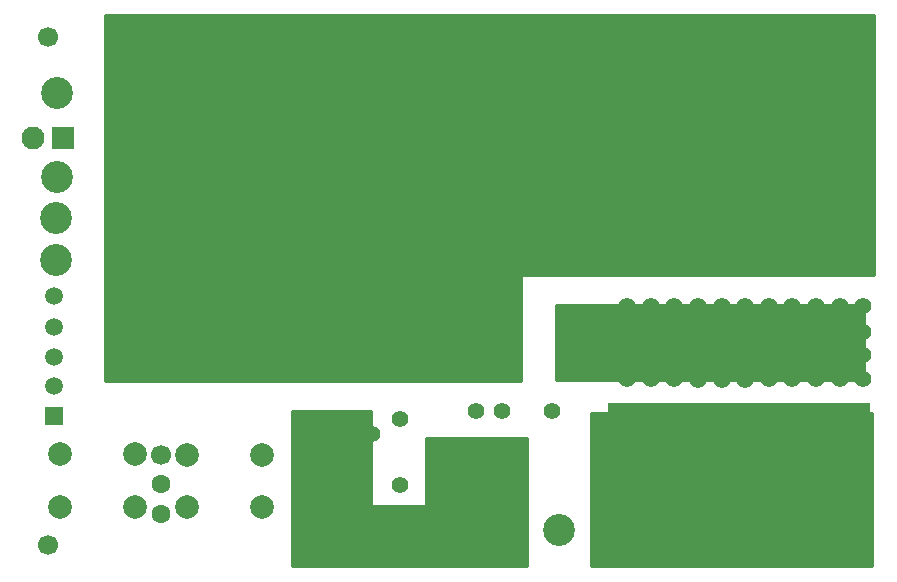
<source format=gbs>
%FSLAX42Y42*%
%MOMM*%
G71*
G01*
G75*
%ADD10C,0.45*%
%ADD11O,2.00X1.00*%
%ADD12R,1.50X1.25*%
%ADD13O,0.50X2.00*%
%ADD14R,0.80X0.95*%
%ADD15R,0.90X0.95*%
%ADD16R,0.91X0.91*%
%ADD17R,1.27X0.91*%
%ADD18R,0.91X1.27*%
%ADD19R,0.90X0.90*%
%ADD20R,0.90X1.25*%
%ADD21R,2.00X2.00*%
%ADD22R,0.90X3.20*%
%ADD23R,11.50X9.00*%
%ADD24R,6.35X1.52*%
%ADD25R,1.25X1.50*%
%ADD26R,0.95X0.80*%
%ADD27R,0.95X0.90*%
%ADD28O,2.00X0.60*%
%ADD29R,3.20X1.00*%
%ADD30R,0.50X2.00*%
%ADD31R,8.00X4.00*%
%ADD32C,0.50*%
%ADD33C,0.30*%
%ADD34C,1.20*%
%ADD35C,2.50*%
%ADD36C,1.40*%
%ADD37C,1.50*%
%ADD38C,1.80*%
%ADD39R,22.00X8.00*%
%ADD40R,1.75X1.75*%
%ADD41C,1.75*%
%ADD42R,25.00X8.00*%
%ADD43R,1.30X1.30*%
%ADD44C,1.30*%
%ADD45O,2.20X1.20*%
%ADD46R,1.70X1.45*%
%ADD47O,0.70X2.20*%
%ADD48R,1.00X1.15*%
%ADD49R,1.10X1.15*%
%ADD50R,1.12X1.12*%
%ADD51R,1.47X1.12*%
%ADD52R,1.12X1.47*%
%ADD53R,1.10X1.10*%
%ADD54R,1.10X1.45*%
%ADD55R,2.20X2.20*%
%ADD56R,1.10X3.40*%
%ADD57R,11.70X9.20*%
%ADD58R,6.55X1.73*%
%ADD59R,1.45X1.70*%
%ADD60R,1.15X1.00*%
%ADD61R,1.15X1.10*%
%ADD62O,2.20X0.80*%
%ADD63R,3.40X1.20*%
%ADD64R,0.70X2.20*%
%ADD65R,8.20X4.20*%
%ADD66C,1.40*%
%ADD67C,2.70*%
%ADD68C,1.60*%
%ADD69C,1.70*%
%ADD70C,2.00*%
%ADD71R,22.20X8.20*%
%ADD72R,1.95X1.95*%
%ADD73C,1.95*%
%ADD74R,25.20X8.20*%
%ADD75R,1.50X1.50*%
%ADD76C,1.50*%
D10*
X11818Y-2315D02*
Y-1043D01*
X11800Y-2315D02*
Y-1043D01*
X11760Y-2315D02*
Y-1043D01*
X11720Y-2315D02*
Y-1043D01*
X11680Y-2315D02*
Y-1043D01*
X11640Y-2315D02*
Y-1043D01*
X11600Y-2315D02*
Y-1043D01*
X11560Y-2315D02*
Y-1043D01*
X11520Y-2315D02*
Y-1043D01*
X11480Y-2315D02*
Y-1043D01*
X11440Y-2315D02*
Y-1043D01*
X11400Y-2315D02*
Y-1043D01*
X11360Y-2315D02*
Y-1043D01*
X11320Y-2315D02*
Y-1043D01*
X11280Y-2315D02*
Y-1043D01*
X11240Y-2315D02*
Y-1043D01*
X11200Y-2315D02*
Y-1043D01*
X11160Y-2315D02*
Y-1043D01*
X11120Y-2315D02*
Y-1043D01*
X11080Y-2315D02*
Y-1043D01*
X11040Y-2315D02*
Y-1043D01*
X11000Y-2315D02*
Y-1043D01*
X10960Y-2315D02*
Y-1043D01*
X10920Y-2315D02*
Y-1043D01*
X10880Y-2315D02*
Y-1043D01*
X10840Y-2315D02*
Y-1043D01*
X10800Y-2315D02*
Y-1043D01*
X10760Y-2315D02*
Y-1043D01*
X10720Y-2315D02*
Y-1043D01*
X10680Y-2315D02*
Y-1043D01*
X10640Y-2315D02*
Y-1043D01*
X10600Y-2315D02*
Y-1043D01*
X10560Y-2315D02*
Y-1043D01*
X10520Y-2315D02*
Y-1043D01*
X10480Y-2315D02*
Y-1043D01*
X10440Y-2315D02*
Y-1043D01*
X10400Y-2315D02*
Y-1043D01*
X10360Y-2315D02*
Y-1043D01*
X10320Y-2315D02*
Y-1043D01*
X10280Y-2315D02*
Y-1043D01*
X10240Y-2315D02*
Y-1043D01*
X10200Y-2315D02*
Y-1043D01*
X10160Y-2315D02*
Y-1043D01*
X10120Y-2315D02*
Y-1043D01*
X10080Y-2315D02*
Y-1043D01*
X10040Y-2315D02*
Y-1043D01*
X10000Y-2315D02*
Y-1043D01*
X9460D02*
X11818D01*
X9460Y-1080D02*
X11818D01*
X9460Y-1120D02*
X11818D01*
X9460Y-1160D02*
X11818D01*
X9460Y-1200D02*
X11818D01*
X9460Y-1240D02*
X11818D01*
X9460Y-1280D02*
X11818D01*
X9460Y-1320D02*
X11818D01*
X9460Y-1360D02*
X11818D01*
X9460Y-1400D02*
X11818D01*
X9460Y-1440D02*
X11818D01*
X9460Y-1480D02*
X11818D01*
X9460Y-1520D02*
X11818D01*
X9460Y-1560D02*
X11818D01*
X9460Y-1600D02*
X11818D01*
X9460Y-1640D02*
X11818D01*
X9460Y-1680D02*
X11818D01*
X9460Y-1720D02*
X11818D01*
X9460Y-1760D02*
X11818D01*
X9460Y-1800D02*
X11818D01*
X9460Y-1840D02*
X11818D01*
X9460Y-1880D02*
X11818D01*
X9460Y-1920D02*
X11818D01*
X9460Y-1960D02*
X11818D01*
X9960Y-2315D02*
Y-1043D01*
X9920Y-2315D02*
Y-1043D01*
X9880Y-2315D02*
Y-1043D01*
X9460Y-2000D02*
X11818D01*
X9460Y-2040D02*
X11818D01*
X9460Y-2080D02*
X11818D01*
X9460Y-2120D02*
X11818D01*
X9460Y-2160D02*
X11818D01*
X9460Y-2200D02*
X11818D01*
X9460Y-2240D02*
X11818D01*
X9460Y-2280D02*
X11818D01*
X9460Y-2315D02*
X11818D01*
X9840D02*
Y-1043D01*
X9800Y-2315D02*
Y-1043D01*
X9760Y-2315D02*
Y-1043D01*
X9720Y-2315D02*
Y-1043D01*
X9680Y-2315D02*
Y-1043D01*
X9640Y-2315D02*
Y-1043D01*
X9600Y-2315D02*
Y-1043D01*
X9560Y-2315D02*
Y-1043D01*
X9520Y-2315D02*
Y-1043D01*
X9480Y-2315D02*
Y-1043D01*
X9460Y-2315D02*
Y-1043D01*
X8900Y-2320D02*
Y-1250D01*
X8880Y-2320D02*
Y-1250D01*
X8055D02*
X8900D01*
X8840Y-2320D02*
Y-1250D01*
X8800Y-2320D02*
Y-1250D01*
X8760Y-2320D02*
Y-1250D01*
X8055Y-1280D02*
X8900D01*
X8720Y-2320D02*
Y-1250D01*
X8680Y-2320D02*
Y-1250D01*
X8640Y-2320D02*
Y-1250D01*
X8600Y-2320D02*
Y-1250D01*
X8560Y-2320D02*
Y-1250D01*
X8520Y-2320D02*
Y-1250D01*
X8480Y-2320D02*
Y-1250D01*
X8440Y-2320D02*
Y-1250D01*
X8400Y-2320D02*
Y-1250D01*
X8360Y-2320D02*
Y-1250D01*
X8320Y-2320D02*
Y-1250D01*
X8280Y-2320D02*
Y-1250D01*
X8055Y-2320D02*
X8900D01*
X8240D02*
Y-1250D01*
X8200Y-2320D02*
Y-1250D01*
X8160Y-2320D02*
Y-1250D01*
X8120Y-2320D02*
Y-1250D01*
X8080Y-2320D02*
Y-1250D01*
X8055Y-2320D02*
Y-1250D01*
Y-1320D02*
X8900D01*
X8055Y-1360D02*
X8900D01*
X8055Y-1400D02*
X8900D01*
X8055Y-1440D02*
X8900D01*
X8055Y-1480D02*
X8900D01*
X8055Y-1520D02*
X8900D01*
X8055Y-1560D02*
X8900D01*
X8055Y-1600D02*
X8900D01*
X8055Y-1640D02*
X8900D01*
X8055Y-1680D02*
X8900D01*
X8055Y-1720D02*
X8900D01*
X8055Y-1760D02*
X8900D01*
X8055Y-1800D02*
X8900D01*
X8055Y-1840D02*
X8900D01*
X8055Y-1880D02*
X8900D01*
X8055Y-1920D02*
X8900D01*
X8055Y-1960D02*
X8900D01*
X8055Y-2000D02*
X8900D01*
X8055Y-2040D02*
X8900D01*
X8055Y-2080D02*
X8900D01*
X8055Y-2120D02*
X8900D01*
X8055Y-2160D02*
X8900D01*
X8055Y-2200D02*
X8900D01*
X8055Y-2240D02*
X8900D01*
X8055Y-2280D02*
X8900D01*
X8798Y-2320D02*
Y-1825D01*
X8760Y-2320D02*
Y-1825D01*
X8720Y-2320D02*
Y-1825D01*
X8680Y-2320D02*
Y-1825D01*
X8640Y-2320D02*
Y-1825D01*
X8600Y-2320D02*
Y-1825D01*
X8560Y-2320D02*
Y-1825D01*
X8520Y-2320D02*
Y-1825D01*
X8480Y-2320D02*
Y-1825D01*
X8440Y-2320D02*
Y-1825D01*
X8400Y-2320D02*
Y-1825D01*
X8360Y-2320D02*
Y-1825D01*
X8320Y-2320D02*
Y-1825D01*
X8280Y-2320D02*
Y-1825D01*
X8240Y-2320D02*
Y-1825D01*
X8200Y-2320D02*
Y-1825D01*
X8160Y-2320D02*
Y-1825D01*
X8120Y-2320D02*
Y-1825D01*
X8080Y-2320D02*
Y-1825D01*
X8040Y-2320D02*
Y-1825D01*
X8000Y-2320D02*
Y-1825D01*
X7960Y-2320D02*
Y-1825D01*
X7920Y-2320D02*
Y-1825D01*
X7880Y-2320D02*
Y-1825D01*
X7840Y-2320D02*
Y-1825D01*
X7440D02*
X8798D01*
X7440Y-1840D02*
X8798D01*
X7440Y-1880D02*
X8798D01*
X7440Y-1920D02*
X8798D01*
X7440Y-1960D02*
X8798D01*
X7440Y-2000D02*
X8798D01*
X7440Y-2040D02*
X8798D01*
X7440Y-2080D02*
X8798D01*
X7440Y-2120D02*
X8798D01*
X7440Y-2160D02*
X8798D01*
X7440Y-2200D02*
X8798D01*
X7440Y-2240D02*
X8798D01*
X7800Y-2320D02*
Y-1825D01*
X7760Y-2320D02*
Y-1825D01*
X7720Y-2320D02*
Y-1825D01*
X7440Y-2280D02*
X8798D01*
X7680Y-2320D02*
Y-1825D01*
X7440Y-2320D02*
X8798D01*
X7640D02*
Y-1825D01*
X7600Y-2320D02*
Y-1825D01*
X7560Y-2320D02*
Y-1825D01*
X7520Y-2320D02*
Y-1825D01*
X7480Y-2320D02*
Y-1825D01*
X7440Y-2320D02*
Y-1825D01*
X6925Y-1022D02*
X7580D01*
X6925Y-1040D02*
X7580D01*
X6925Y-1080D02*
X7580D01*
X6925Y-1120D02*
X7580D01*
X6925Y-1160D02*
X7580D01*
X6925Y-1200D02*
X7580D01*
X6925Y-1240D02*
X7580D01*
Y-2323D02*
Y-1022D01*
X7560Y-2323D02*
Y-1022D01*
X7520Y-2323D02*
Y-1022D01*
X7480Y-2323D02*
Y-1022D01*
X7440Y-2323D02*
Y-1022D01*
X7400Y-2323D02*
Y-1022D01*
X6925Y-1280D02*
X7580D01*
X7360Y-2323D02*
Y-1022D01*
X7320Y-2323D02*
Y-1022D01*
X7280Y-2323D02*
Y-1022D01*
X7240Y-2323D02*
Y-1022D01*
X7200Y-2323D02*
Y-1022D01*
X7160Y-2323D02*
Y-1022D01*
X6925Y-2323D02*
X7580D01*
X7120D02*
Y-1022D01*
X7080Y-2323D02*
Y-1022D01*
X7040Y-2323D02*
Y-1022D01*
X7000Y-2323D02*
Y-1022D01*
X6960Y-2323D02*
Y-1022D01*
X6925Y-2323D02*
Y-1022D01*
Y-1320D02*
X7580D01*
X6925Y-1360D02*
X7580D01*
X6925Y-1400D02*
X7580D01*
X6925Y-1440D02*
X7580D01*
X6925Y-1480D02*
X7580D01*
X6925Y-1520D02*
X7580D01*
X6925Y-1560D02*
X7580D01*
X6925Y-1600D02*
X7580D01*
X6925Y-1640D02*
X7580D01*
X6925Y-1680D02*
X7580D01*
X6925Y-1720D02*
X7580D01*
X6925Y-1760D02*
X7580D01*
X6925Y-1800D02*
X7580D01*
X6925Y-1840D02*
X7580D01*
X6925Y-1880D02*
X7580D01*
X6925Y-1920D02*
X7580D01*
X6925Y-1960D02*
X7580D01*
X6925Y-2000D02*
X7580D01*
X6925Y-2040D02*
X7580D01*
X6925Y-2080D02*
X7580D01*
X6925Y-2120D02*
X7580D01*
X6925Y-2160D02*
X7580D01*
X6925Y-2200D02*
X7580D01*
X6925Y-2240D02*
X7580D01*
X6925Y-2280D02*
X7580D01*
X6925Y-2320D02*
X7580D01*
X11753Y-743D02*
Y-130D01*
X11720Y-743D02*
Y-130D01*
X11680Y-743D02*
Y-130D01*
X11640Y-743D02*
Y-130D01*
X11600Y-743D02*
Y-130D01*
X11560Y-743D02*
Y-130D01*
X11520Y-743D02*
Y-130D01*
X11480Y-743D02*
Y-130D01*
X11440Y-743D02*
Y-130D01*
X11400Y-743D02*
Y-130D01*
X11360Y-743D02*
Y-130D01*
X11320Y-743D02*
Y-130D01*
X11280Y-743D02*
Y-130D01*
X11240Y-743D02*
Y-130D01*
X11200Y-743D02*
Y-130D01*
X11160Y-743D02*
Y-130D01*
X11120Y-743D02*
Y-130D01*
X11080Y-743D02*
Y-130D01*
X11040Y-743D02*
Y-130D01*
X11000Y-743D02*
Y-130D01*
X10960Y-743D02*
Y-130D01*
X10920Y-743D02*
Y-130D01*
X10880Y-743D02*
Y-130D01*
X10840Y-743D02*
Y-130D01*
X10800Y-743D02*
Y-130D01*
X10760Y-743D02*
Y-130D01*
X10720Y-743D02*
Y-130D01*
X10680Y-743D02*
Y-130D01*
X10640Y-743D02*
Y-130D01*
X10600Y-743D02*
Y-130D01*
X10560Y-743D02*
Y-130D01*
X10520Y-743D02*
Y-130D01*
X10480Y-743D02*
Y-130D01*
X10440Y-743D02*
Y-130D01*
X10400Y-743D02*
Y-130D01*
X10360Y-743D02*
Y-130D01*
X10320Y-743D02*
Y-130D01*
X10280Y-743D02*
Y-130D01*
X10240Y-743D02*
Y-130D01*
X10200Y-743D02*
Y-130D01*
X10160Y-743D02*
Y-130D01*
X10120Y-743D02*
Y-130D01*
X9162D02*
X11753D01*
X9162Y-160D02*
X11753D01*
X9162Y-200D02*
X11753D01*
X9162Y-240D02*
X11753D01*
X9162Y-280D02*
X11753D01*
X9162Y-320D02*
X11753D01*
X9162Y-360D02*
X11753D01*
X9162Y-400D02*
X11753D01*
X9162Y-440D02*
X11753D01*
X9162Y-480D02*
X11753D01*
X9162Y-520D02*
X11753D01*
X10080Y-743D02*
Y-130D01*
X10040Y-743D02*
Y-130D01*
X10000Y-743D02*
Y-130D01*
X9960Y-743D02*
Y-130D01*
X9920Y-743D02*
Y-130D01*
X9162Y-560D02*
X11753D01*
X9162Y-600D02*
X11753D01*
X9162Y-640D02*
X11753D01*
X9162Y-680D02*
X11753D01*
X9162Y-720D02*
X11753D01*
X9880Y-743D02*
Y-130D01*
X9840Y-743D02*
Y-130D01*
X9800Y-743D02*
Y-130D01*
X9760Y-743D02*
Y-130D01*
X9720Y-743D02*
Y-130D01*
X9680Y-743D02*
Y-130D01*
X9640Y-743D02*
Y-130D01*
X9600Y-743D02*
Y-130D01*
X9560Y-743D02*
Y-130D01*
X9162Y-743D02*
X11753D01*
X9520D02*
Y-130D01*
X9480Y-743D02*
Y-130D01*
X9440Y-743D02*
Y-130D01*
X9400Y-743D02*
Y-130D01*
X9360Y-743D02*
Y-130D01*
X9320Y-743D02*
Y-130D01*
X9280Y-743D02*
Y-130D01*
X9240Y-743D02*
Y-130D01*
X9200Y-743D02*
Y-130D01*
X9162Y-743D02*
Y-130D01*
X8850Y-755D02*
Y488D01*
X8840Y-755D02*
Y488D01*
X8800Y-755D02*
Y488D01*
X8760Y-755D02*
Y488D01*
X8720Y-755D02*
Y488D01*
X8680Y-755D02*
Y488D01*
X8640Y-755D02*
Y488D01*
X8600Y-755D02*
Y488D01*
X8560Y-755D02*
Y488D01*
X8520Y-755D02*
Y488D01*
X8480Y-755D02*
Y488D01*
X8440Y-755D02*
Y488D01*
X8400Y-755D02*
Y488D01*
X8360Y-755D02*
Y488D01*
X8320Y-755D02*
Y488D01*
X8280Y-755D02*
Y488D01*
X8240Y-755D02*
Y488D01*
X8200Y-755D02*
Y488D01*
X8160Y-755D02*
Y488D01*
X8120Y-755D02*
Y488D01*
X8080Y-755D02*
Y488D01*
X8040Y-755D02*
Y488D01*
X8000Y-755D02*
Y488D01*
X7960Y-755D02*
Y488D01*
X7920Y-755D02*
Y488D01*
X7880Y-755D02*
Y488D01*
X7840Y-755D02*
Y488D01*
X7800Y-755D02*
Y488D01*
X7760Y-755D02*
Y488D01*
X7720Y-755D02*
Y488D01*
X7680Y-755D02*
Y488D01*
X7640Y-755D02*
Y488D01*
X7600Y-755D02*
Y488D01*
X7560Y-755D02*
Y488D01*
X7520Y-755D02*
Y488D01*
X7480Y-755D02*
Y488D01*
X7440Y-755D02*
Y488D01*
X7400Y-755D02*
Y488D01*
X7360Y-755D02*
Y488D01*
X7320Y-755D02*
Y488D01*
X7280Y-755D02*
Y488D01*
X7240Y-755D02*
Y488D01*
X7200Y-755D02*
Y488D01*
X7160Y-755D02*
Y488D01*
X7120Y-755D02*
Y488D01*
X7080Y-755D02*
Y488D01*
X7040Y-755D02*
Y488D01*
X7000Y-755D02*
Y488D01*
X6960Y-755D02*
Y488D01*
X6920Y-755D02*
Y488D01*
X6880Y-755D02*
Y488D01*
X6840Y-755D02*
Y488D01*
X6800Y-755D02*
Y488D01*
X6760Y-755D02*
Y488D01*
X6720Y-755D02*
Y488D01*
X6680Y-755D02*
Y488D01*
X6640Y-755D02*
Y488D01*
X6600Y-755D02*
Y488D01*
X6560Y-755D02*
Y488D01*
X6520Y-755D02*
Y488D01*
X6480Y-755D02*
Y488D01*
X6440Y-755D02*
Y488D01*
X5338D02*
X8850D01*
X5338Y480D02*
X8850D01*
X5338Y440D02*
X8850D01*
X5338Y400D02*
X8850D01*
X5338Y360D02*
X8850D01*
X5338Y320D02*
X8850D01*
X5338Y280D02*
X8850D01*
X5338Y240D02*
X8850D01*
X5338Y200D02*
X8850D01*
X5338Y160D02*
X8850D01*
X5338Y120D02*
X8850D01*
X5338Y80D02*
X8850D01*
X5338Y40D02*
X8850D01*
X5338Y-0D02*
X8850D01*
X5338Y-40D02*
X8850D01*
X5338Y-80D02*
X8850D01*
X5338Y-120D02*
X8850D01*
X5338Y-160D02*
X8850D01*
X5338Y-200D02*
X8850D01*
X5338Y-240D02*
X8850D01*
X5338Y-280D02*
X8850D01*
X5338Y-320D02*
X8850D01*
X5338Y-360D02*
X8850D01*
X5338Y-400D02*
X8850D01*
X5338Y-440D02*
X8850D01*
X5338Y-480D02*
X8850D01*
X5338Y-520D02*
X8850D01*
X5338Y-560D02*
X8850D01*
X5338Y-600D02*
X8850D01*
X5338Y-640D02*
X8850D01*
X5338Y-680D02*
X8850D01*
X6400Y-755D02*
Y488D01*
X6360Y-755D02*
Y488D01*
X6320Y-755D02*
Y488D01*
X6280Y-755D02*
Y488D01*
X6240Y-755D02*
Y488D01*
X6200Y-755D02*
Y488D01*
X6160Y-755D02*
Y488D01*
X6120Y-755D02*
Y488D01*
X6080Y-755D02*
Y488D01*
X6040Y-755D02*
Y488D01*
X6000Y-755D02*
Y488D01*
X5960Y-755D02*
Y488D01*
X5338Y-720D02*
X8850D01*
X5920Y-755D02*
Y488D01*
X5338Y-755D02*
X8850D01*
X5880D02*
Y488D01*
X5840Y-755D02*
Y488D01*
X5800Y-755D02*
Y488D01*
X5760Y-755D02*
Y488D01*
X5720Y-755D02*
Y488D01*
X5680Y-755D02*
Y488D01*
X5640Y-755D02*
Y488D01*
X5600Y-755D02*
Y488D01*
X5560Y-755D02*
Y488D01*
X5520Y-755D02*
Y488D01*
X5480Y-755D02*
Y488D01*
X5440Y-755D02*
Y488D01*
X5400Y-755D02*
Y488D01*
X5360Y-755D02*
Y488D01*
X5338Y-755D02*
Y488D01*
X11835Y148D02*
Y2330D01*
X11800Y148D02*
Y2330D01*
X11760Y148D02*
Y2330D01*
X11720Y148D02*
Y2330D01*
X11680Y148D02*
Y2330D01*
X11640Y148D02*
Y2330D01*
X11600Y148D02*
Y2330D01*
X11560Y148D02*
Y2330D01*
X11520Y148D02*
Y2330D01*
X11480Y148D02*
Y2330D01*
X11440Y148D02*
Y2330D01*
X11400Y148D02*
Y2330D01*
X11360Y148D02*
Y2330D01*
X11320Y148D02*
Y2330D01*
X11280Y148D02*
Y2330D01*
X11240Y148D02*
Y2330D01*
X11200Y148D02*
Y2330D01*
X11160Y148D02*
Y2330D01*
X11120Y148D02*
Y2330D01*
X11080Y148D02*
Y2330D01*
X11040Y148D02*
Y2330D01*
X11000Y148D02*
Y2330D01*
X10960Y148D02*
Y2330D01*
X10920Y148D02*
Y2330D01*
X10880Y148D02*
Y2330D01*
X10840Y148D02*
Y2330D01*
X10800Y148D02*
Y2330D01*
X10760Y148D02*
Y2330D01*
X10720Y148D02*
Y2330D01*
X10680Y148D02*
Y2330D01*
X10640Y148D02*
Y2330D01*
X10600Y148D02*
Y2330D01*
X10560Y148D02*
Y2330D01*
X10520Y148D02*
Y2330D01*
X10480Y148D02*
Y2330D01*
X10440Y148D02*
Y2330D01*
X10400Y148D02*
Y2330D01*
X10360Y148D02*
Y2330D01*
X10320Y148D02*
Y2330D01*
X10280Y148D02*
Y2330D01*
X10240Y148D02*
Y2330D01*
X10200Y148D02*
Y2330D01*
X10160Y148D02*
Y2330D01*
X10120Y148D02*
Y2330D01*
X10080Y148D02*
Y2330D01*
X10040Y148D02*
Y2330D01*
X10000Y148D02*
Y2330D01*
X9960Y148D02*
Y2330D01*
X9920Y148D02*
Y2330D01*
X9880Y148D02*
Y2330D01*
X9840Y148D02*
Y2330D01*
X9800Y148D02*
Y2330D01*
X9760Y148D02*
Y2330D01*
X9720Y148D02*
Y2330D01*
X9680Y148D02*
Y2330D01*
X9640Y148D02*
Y2330D01*
X9600Y148D02*
Y2330D01*
X9560Y148D02*
Y2330D01*
X9520Y148D02*
Y2330D01*
X9480Y148D02*
Y2330D01*
X9440Y148D02*
Y2330D01*
X9400Y148D02*
Y2330D01*
X9360Y148D02*
Y2330D01*
X9320Y148D02*
Y2330D01*
X9280Y148D02*
Y2330D01*
X9240Y148D02*
Y2330D01*
X9200Y148D02*
Y2330D01*
X9160Y148D02*
Y2330D01*
X9120Y148D02*
Y2330D01*
X9080Y148D02*
Y2330D01*
X9040Y148D02*
Y2330D01*
X9000Y148D02*
Y2330D01*
X8960Y148D02*
Y2330D01*
X8920Y148D02*
Y2330D01*
X8880Y148D02*
Y2330D01*
X8840Y148D02*
Y2330D01*
X8800Y148D02*
Y2330D01*
X8760Y148D02*
Y2330D01*
X8720Y148D02*
Y2330D01*
X8680Y148D02*
Y2330D01*
X8640Y148D02*
Y2330D01*
X8600Y148D02*
Y2330D01*
X8560Y148D02*
Y2330D01*
X8520Y148D02*
Y2330D01*
X8480Y148D02*
Y2330D01*
X8440Y148D02*
Y2330D01*
X8400Y148D02*
Y2330D01*
X8360Y148D02*
Y2330D01*
X8320Y148D02*
Y2330D01*
X8280Y148D02*
Y2330D01*
X8240Y148D02*
Y2330D01*
X8200Y148D02*
Y2330D01*
X8160Y148D02*
Y2330D01*
X8120Y148D02*
Y2330D01*
X8080Y148D02*
Y2330D01*
X8040Y148D02*
Y2330D01*
X8000Y148D02*
Y2330D01*
X7960Y148D02*
Y2330D01*
X7920Y148D02*
Y2330D01*
X7880Y148D02*
Y2330D01*
X7840Y148D02*
Y2330D01*
X7800Y148D02*
Y2330D01*
X7760Y148D02*
Y2330D01*
X7720Y148D02*
Y2330D01*
X7680Y148D02*
Y2330D01*
X7640Y148D02*
Y2330D01*
X7600Y148D02*
Y2330D01*
X7560Y148D02*
Y2330D01*
X7520Y148D02*
Y2330D01*
X7480Y148D02*
Y2330D01*
X7440Y148D02*
Y2330D01*
X5338D02*
X11835D01*
X5338Y2320D02*
X11835D01*
X5338Y2280D02*
X11835D01*
X5338Y2240D02*
X11835D01*
X5338Y2200D02*
X11835D01*
X5338Y2160D02*
X11835D01*
X5338Y2120D02*
X11835D01*
X5338Y2080D02*
X11835D01*
X5338Y2040D02*
X11835D01*
X5338Y2000D02*
X11835D01*
X5338Y1960D02*
X11835D01*
X5338Y1920D02*
X11835D01*
X5338Y1880D02*
X11835D01*
X5338Y1840D02*
X11835D01*
X5338Y1800D02*
X11835D01*
X5338Y1760D02*
X11835D01*
X5338Y1720D02*
X11835D01*
X5338Y1680D02*
X11835D01*
X5338Y1640D02*
X11835D01*
X5338Y1600D02*
X11835D01*
X5338Y1560D02*
X11835D01*
X5338Y1520D02*
X11835D01*
X5338Y1480D02*
X11835D01*
X5338Y1440D02*
X11835D01*
X5338Y1400D02*
X11835D01*
X5338Y1360D02*
X11835D01*
X5338Y1320D02*
X11835D01*
X5338Y1280D02*
X11835D01*
X5338Y1240D02*
X11835D01*
X5338Y1200D02*
X11835D01*
X5338Y1160D02*
X11835D01*
X5338Y1120D02*
X11835D01*
X5338Y1080D02*
X11835D01*
X5338Y1040D02*
X11835D01*
X5338Y1000D02*
X11835D01*
X5338Y960D02*
X11835D01*
X5338Y920D02*
X11835D01*
X5338Y880D02*
X11835D01*
X5338Y840D02*
X11835D01*
X5338Y800D02*
X11835D01*
X5338Y760D02*
X11835D01*
X5338Y720D02*
X11835D01*
X5338Y680D02*
X11835D01*
X5338Y640D02*
X11835D01*
X5338Y600D02*
X11835D01*
X5338Y560D02*
X11835D01*
X5338Y520D02*
X11835D01*
X5338Y480D02*
X11835D01*
X5338Y440D02*
X11835D01*
X5338Y400D02*
X11835D01*
X5338Y360D02*
X11835D01*
X5338Y320D02*
X11835D01*
X5338Y280D02*
X11835D01*
X5338Y240D02*
X11835D01*
X5338Y200D02*
X11835D01*
X7400Y148D02*
Y2330D01*
X7360Y148D02*
Y2330D01*
X7320Y148D02*
Y2330D01*
X7280Y148D02*
Y2330D01*
X7240Y148D02*
Y2330D01*
X7200Y148D02*
Y2330D01*
X7160Y148D02*
Y2330D01*
X7120Y148D02*
Y2330D01*
X7080Y148D02*
Y2330D01*
X7040Y148D02*
Y2330D01*
X7000Y148D02*
Y2330D01*
X6960Y148D02*
Y2330D01*
X6920Y148D02*
Y2330D01*
X6880Y148D02*
Y2330D01*
X6840Y148D02*
Y2330D01*
X6800Y148D02*
Y2330D01*
X6760Y148D02*
Y2330D01*
X6720Y148D02*
Y2330D01*
X6680Y148D02*
Y2330D01*
X6640Y148D02*
Y2330D01*
X6600Y148D02*
Y2330D01*
X6560Y148D02*
Y2330D01*
X5338Y160D02*
X11835D01*
X6520Y148D02*
Y2330D01*
X6480Y148D02*
Y2330D01*
X6440Y148D02*
Y2330D01*
X5338Y148D02*
X11835D01*
X6400D02*
Y2330D01*
X6360Y148D02*
Y2330D01*
X6320Y148D02*
Y2330D01*
X6280Y148D02*
Y2330D01*
X6240Y148D02*
Y2330D01*
X6200Y148D02*
Y2330D01*
X6160Y148D02*
Y2330D01*
X6120Y148D02*
Y2330D01*
X6080Y148D02*
Y2330D01*
X6040Y148D02*
Y2330D01*
X6000Y148D02*
Y2330D01*
X5960Y148D02*
Y2330D01*
X5920Y148D02*
Y2330D01*
X5880Y148D02*
Y2330D01*
X5840Y148D02*
Y2330D01*
X5800Y148D02*
Y2330D01*
X5760Y148D02*
Y2330D01*
X5720Y148D02*
Y2330D01*
X5680Y148D02*
Y2330D01*
X5640Y148D02*
Y2330D01*
X5600Y148D02*
Y2330D01*
X5560Y148D02*
Y2330D01*
X5520Y148D02*
Y2330D01*
X5480Y148D02*
Y2330D01*
X5440Y148D02*
Y2330D01*
X5400Y148D02*
Y2330D01*
X5360Y148D02*
Y2330D01*
X5338Y148D02*
Y2330D01*
D66*
X8753Y-5D02*
D03*
X8553D02*
D03*
X8353D02*
D03*
X8153D02*
D03*
X9753Y192D02*
D03*
X6747Y795D02*
D03*
X9150Y1002D02*
D03*
X8950D02*
D03*
X8750D02*
D03*
X8550D02*
D03*
X8350D02*
D03*
X8150D02*
D03*
X7950D02*
D03*
X7750D02*
D03*
X7550D02*
D03*
X7350D02*
D03*
X7150D02*
D03*
X6950D02*
D03*
X6750D02*
D03*
X10353Y-750D02*
D03*
X10153Y-747D02*
D03*
X9953D02*
D03*
X9753D02*
D03*
Y-550D02*
D03*
X10353Y-350D02*
D03*
Y-550D02*
D03*
X10153Y-350D02*
D03*
Y-553D02*
D03*
X9953Y-353D02*
D03*
Y-550D02*
D03*
X11753Y-125D02*
D03*
X11753Y-343D02*
D03*
Y-543D02*
D03*
Y-743D02*
D03*
X11553Y-125D02*
D03*
X11553Y-343D02*
D03*
Y-543D02*
D03*
Y-743D02*
D03*
X11353Y-125D02*
D03*
X11353Y-343D02*
D03*
Y-543D02*
D03*
Y-743D02*
D03*
X11153Y-125D02*
D03*
X10953Y-125D02*
D03*
X11693Y-1025D02*
D03*
Y-1225D02*
D03*
Y-1425D02*
D03*
Y-1605D02*
D03*
Y-1805D02*
D03*
X10753Y-125D02*
D03*
X11493Y-1025D02*
D03*
Y-1225D02*
D03*
Y-1425D02*
D03*
Y-1605D02*
D03*
Y-1805D02*
D03*
X10553Y-125D02*
D03*
X11293Y-1025D02*
D03*
Y-1225D02*
D03*
Y-1425D02*
D03*
Y-1605D02*
D03*
Y-1805D02*
D03*
Y-2005D02*
D03*
Y-2205D02*
D03*
X10353Y-125D02*
D03*
X11093Y-1025D02*
D03*
Y-1225D02*
D03*
Y-1425D02*
D03*
Y-1605D02*
D03*
Y-1805D02*
D03*
Y-2005D02*
D03*
Y-2205D02*
D03*
X10153Y-125D02*
D03*
X10893Y-1025D02*
D03*
Y-1225D02*
D03*
Y-1425D02*
D03*
Y-1605D02*
D03*
Y-1805D02*
D03*
Y-2005D02*
D03*
Y-2205D02*
D03*
X9953Y-125D02*
D03*
X10693Y-1025D02*
D03*
Y-1225D02*
D03*
Y-1605D02*
D03*
Y-1805D02*
D03*
Y-2005D02*
D03*
Y-2205D02*
D03*
X9753Y-125D02*
D03*
X9753Y-353D02*
D03*
X10493Y-1025D02*
D03*
Y-1225D02*
D03*
Y-1425D02*
D03*
Y-1605D02*
D03*
Y-1805D02*
D03*
Y-2005D02*
D03*
Y-2205D02*
D03*
X10293Y-1025D02*
D03*
Y-1225D02*
D03*
Y-1425D02*
D03*
Y-1605D02*
D03*
Y-1805D02*
D03*
Y-2005D02*
D03*
Y-2205D02*
D03*
X10093Y-1025D02*
D03*
Y-1225D02*
D03*
Y-1425D02*
D03*
Y-1605D02*
D03*
Y-1805D02*
D03*
Y-2005D02*
D03*
Y-2205D02*
D03*
X9893Y-1025D02*
D03*
Y-1225D02*
D03*
Y-1425D02*
D03*
Y-1605D02*
D03*
Y-1805D02*
D03*
Y-2005D02*
D03*
Y-2205D02*
D03*
X9693Y-1025D02*
D03*
Y-1225D02*
D03*
Y-1425D02*
D03*
Y-1605D02*
D03*
Y-1805D02*
D03*
Y-2005D02*
D03*
Y-2205D02*
D03*
X11753Y1775D02*
D03*
Y1575D02*
D03*
Y1375D02*
D03*
Y1175D02*
D03*
Y995D02*
D03*
Y795D02*
D03*
Y595D02*
D03*
Y395D02*
D03*
Y195D02*
D03*
X11553Y1775D02*
D03*
Y1575D02*
D03*
Y1375D02*
D03*
Y1175D02*
D03*
Y995D02*
D03*
Y795D02*
D03*
Y595D02*
D03*
Y395D02*
D03*
Y195D02*
D03*
X11353Y2175D02*
D03*
Y1975D02*
D03*
Y1775D02*
D03*
Y1575D02*
D03*
Y1375D02*
D03*
Y1175D02*
D03*
Y995D02*
D03*
Y795D02*
D03*
Y595D02*
D03*
Y395D02*
D03*
Y195D02*
D03*
X11153Y2175D02*
D03*
Y1975D02*
D03*
Y1775D02*
D03*
Y1575D02*
D03*
Y1375D02*
D03*
Y1175D02*
D03*
Y995D02*
D03*
Y795D02*
D03*
Y595D02*
D03*
Y395D02*
D03*
X10953Y2175D02*
D03*
Y1975D02*
D03*
Y1775D02*
D03*
Y1575D02*
D03*
Y1375D02*
D03*
Y1175D02*
D03*
X10953Y995D02*
D03*
Y795D02*
D03*
Y595D02*
D03*
Y395D02*
D03*
Y195D02*
D03*
X10753Y2175D02*
D03*
Y1975D02*
D03*
Y1775D02*
D03*
Y1575D02*
D03*
Y1375D02*
D03*
Y1175D02*
D03*
Y995D02*
D03*
Y795D02*
D03*
Y595D02*
D03*
Y395D02*
D03*
Y195D02*
D03*
X10553Y2175D02*
D03*
Y1975D02*
D03*
Y1775D02*
D03*
Y1575D02*
D03*
Y1175D02*
D03*
X10553Y995D02*
D03*
Y795D02*
D03*
Y595D02*
D03*
Y395D02*
D03*
Y195D02*
D03*
X10353Y2175D02*
D03*
Y1975D02*
D03*
Y1775D02*
D03*
Y1575D02*
D03*
Y1375D02*
D03*
Y1175D02*
D03*
Y995D02*
D03*
X10353Y795D02*
D03*
Y595D02*
D03*
Y395D02*
D03*
Y195D02*
D03*
X10153Y2175D02*
D03*
Y1975D02*
D03*
Y1775D02*
D03*
Y1575D02*
D03*
Y1375D02*
D03*
Y1175D02*
D03*
Y995D02*
D03*
Y795D02*
D03*
Y595D02*
D03*
Y395D02*
D03*
Y195D02*
D03*
X9953Y2175D02*
D03*
Y1975D02*
D03*
Y1775D02*
D03*
Y1575D02*
D03*
Y1375D02*
D03*
Y1175D02*
D03*
Y995D02*
D03*
X9953Y795D02*
D03*
Y595D02*
D03*
Y395D02*
D03*
Y195D02*
D03*
X9753Y2175D02*
D03*
Y1975D02*
D03*
Y1775D02*
D03*
Y1575D02*
D03*
Y1375D02*
D03*
Y1175D02*
D03*
Y995D02*
D03*
Y795D02*
D03*
Y595D02*
D03*
Y395D02*
D03*
X9553Y2175D02*
D03*
Y1975D02*
D03*
Y1775D02*
D03*
Y1575D02*
D03*
Y1375D02*
D03*
X9553Y1175D02*
D03*
X9553Y995D02*
D03*
Y795D02*
D03*
Y595D02*
D03*
Y395D02*
D03*
Y195D02*
D03*
X9353Y2175D02*
D03*
Y1975D02*
D03*
Y1775D02*
D03*
Y1575D02*
D03*
Y1375D02*
D03*
Y1175D02*
D03*
X9353Y995D02*
D03*
X9353Y795D02*
D03*
Y595D02*
D03*
Y395D02*
D03*
Y195D02*
D03*
X9153Y2175D02*
D03*
Y1975D02*
D03*
Y1775D02*
D03*
Y1575D02*
D03*
Y1375D02*
D03*
Y1175D02*
D03*
Y795D02*
D03*
Y595D02*
D03*
Y395D02*
D03*
Y195D02*
D03*
X8953Y2175D02*
D03*
Y1975D02*
D03*
Y1775D02*
D03*
Y1575D02*
D03*
Y1375D02*
D03*
Y1175D02*
D03*
Y795D02*
D03*
Y595D02*
D03*
Y395D02*
D03*
Y195D02*
D03*
X8753Y2175D02*
D03*
Y1975D02*
D03*
Y1775D02*
D03*
Y1575D02*
D03*
Y1375D02*
D03*
Y1175D02*
D03*
Y795D02*
D03*
Y595D02*
D03*
Y395D02*
D03*
Y195D02*
D03*
X8553Y2175D02*
D03*
Y1975D02*
D03*
Y1775D02*
D03*
Y1575D02*
D03*
Y1375D02*
D03*
Y1175D02*
D03*
Y795D02*
D03*
Y595D02*
D03*
Y395D02*
D03*
Y195D02*
D03*
X8353Y2175D02*
D03*
Y1975D02*
D03*
Y1775D02*
D03*
Y1575D02*
D03*
Y1375D02*
D03*
Y1175D02*
D03*
Y795D02*
D03*
Y595D02*
D03*
Y395D02*
D03*
Y195D02*
D03*
X8153Y2175D02*
D03*
Y1975D02*
D03*
Y1775D02*
D03*
Y1575D02*
D03*
Y1375D02*
D03*
Y1175D02*
D03*
Y795D02*
D03*
Y595D02*
D03*
Y395D02*
D03*
Y195D02*
D03*
X7953Y2175D02*
D03*
Y1975D02*
D03*
Y1775D02*
D03*
Y1575D02*
D03*
Y1375D02*
D03*
Y1175D02*
D03*
Y795D02*
D03*
Y595D02*
D03*
Y395D02*
D03*
Y195D02*
D03*
Y-5D02*
D03*
X7753Y2175D02*
D03*
Y1975D02*
D03*
Y1775D02*
D03*
Y1575D02*
D03*
Y1375D02*
D03*
Y1175D02*
D03*
Y795D02*
D03*
Y595D02*
D03*
Y395D02*
D03*
Y195D02*
D03*
Y-5D02*
D03*
X7553Y2175D02*
D03*
Y1975D02*
D03*
Y1775D02*
D03*
Y1575D02*
D03*
Y1375D02*
D03*
Y1175D02*
D03*
Y795D02*
D03*
Y595D02*
D03*
Y395D02*
D03*
Y195D02*
D03*
Y-5D02*
D03*
X7353Y2175D02*
D03*
Y1975D02*
D03*
Y1775D02*
D03*
Y1575D02*
D03*
Y1375D02*
D03*
Y1175D02*
D03*
Y795D02*
D03*
Y595D02*
D03*
Y395D02*
D03*
Y195D02*
D03*
Y-5D02*
D03*
X7153Y2175D02*
D03*
Y1975D02*
D03*
Y1775D02*
D03*
Y1575D02*
D03*
Y1375D02*
D03*
Y1175D02*
D03*
Y795D02*
D03*
Y595D02*
D03*
Y395D02*
D03*
Y195D02*
D03*
Y-5D02*
D03*
X6953Y2175D02*
D03*
Y1975D02*
D03*
Y1775D02*
D03*
Y1575D02*
D03*
Y1375D02*
D03*
Y1175D02*
D03*
Y795D02*
D03*
Y595D02*
D03*
Y395D02*
D03*
Y195D02*
D03*
Y-5D02*
D03*
X6753Y2175D02*
D03*
Y1975D02*
D03*
Y1775D02*
D03*
Y1575D02*
D03*
Y1375D02*
D03*
Y1175D02*
D03*
Y595D02*
D03*
Y395D02*
D03*
Y195D02*
D03*
X6553Y2175D02*
D03*
Y1975D02*
D03*
X6353Y2175D02*
D03*
Y1975D02*
D03*
X6153Y2175D02*
D03*
Y1975D02*
D03*
X5953Y2175D02*
D03*
Y1975D02*
D03*
X5753Y2175D02*
D03*
Y1975D02*
D03*
X5553Y2175D02*
D03*
Y1975D02*
D03*
X11153Y195D02*
D03*
X11153Y-343D02*
D03*
Y-743D02*
D03*
X10960Y-342D02*
D03*
X10953Y-543D02*
D03*
Y-743D02*
D03*
X11153Y-543D02*
D03*
X10753Y-350D02*
D03*
Y-750D02*
D03*
X10560Y-350D02*
D03*
X10553Y-550D02*
D03*
X10553Y-750D02*
D03*
X10753Y-550D02*
D03*
X8475Y-1018D02*
D03*
X8695D02*
D03*
X7830Y-1085D02*
D03*
Y-1642D02*
D03*
X7595Y-1210D02*
D03*
X9115Y-1018D02*
D03*
D67*
X4922Y1673D02*
D03*
X9180Y-2025D02*
D03*
X4920Y615D02*
D03*
Y265D02*
D03*
X4922Y962D02*
D03*
D68*
X5810Y-1635D02*
D03*
Y-1890D02*
D03*
D69*
Y-1385D02*
D03*
X4850Y2150D02*
D03*
Y-2150D02*
D03*
X11647Y2152D02*
D03*
X11650Y-2150D02*
D03*
D70*
X6030Y-1385D02*
D03*
Y-1830D02*
D03*
X6665Y-1385D02*
D03*
Y-1830D02*
D03*
X5585Y-1827D02*
D03*
Y-1382D02*
D03*
X4950Y-1827D02*
D03*
Y-1382D02*
D03*
D71*
X10700Y-1355D02*
D03*
D72*
X4978Y1293D02*
D03*
D73*
X4722D02*
D03*
D74*
X10585Y1330D02*
D03*
D75*
X4903Y-1060D02*
D03*
D76*
Y-805D02*
D03*
Y-555D02*
D03*
Y-300D02*
D03*
Y-45D02*
D03*
M02*

</source>
